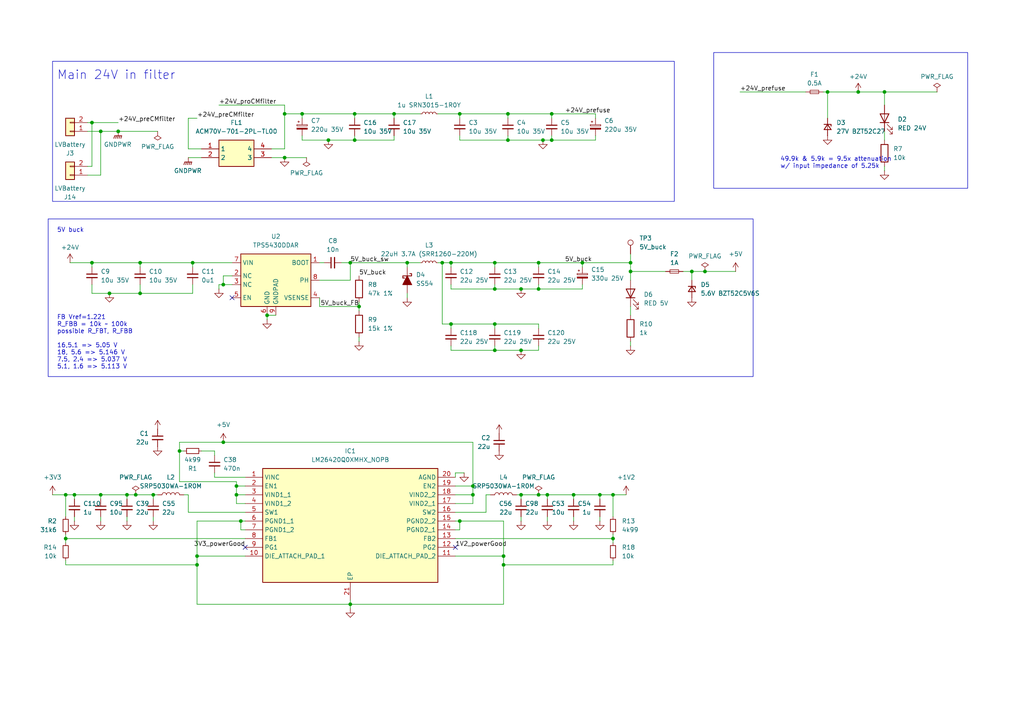
<source format=kicad_sch>
(kicad_sch (version 20231120) (generator "eeschema") (generator_version "8.0")
  (paper "A4")
  (title_block (title "INV_MainBoard_TI") (date "2025-02-26") (rev "1.2") (company "NTURacing Team") (comment 1 "郭哲明 Jack Kuo") (comment 2 "Powertrain Group"))
  (lib_symbols
    (symbol "Connector:TestPoint" (pin_numbers hide) (pin_names (offset 0.762) hide)
      (property "Reference" "TP" (at 0 6.858 0))
      (property "Value" "TestPoint" (at 0 5.08 0))
      (symbol "TestPoint_1_1"
        (pin passive line (at 0 0 90) (length 2.54) (name "1") (number "1"))
      )
    )
    (symbol "Connector_Generic:Conn_01x02" (pin_names (offset 1.016) hide)
      (property "Reference" "J" (at 0 2.54 0))
      (property "Value" "Conn_01x02" (at 0 -5.08 0))
      (symbol "Conn_01x02_1_1"
        (pin passive line (at -5.08 0 0) (length 3.81) (name "Pin_1") (number "1"))
        (pin passive line (at -5.08 -2.54 0) (length 3.81) (name "Pin_2") (number "2"))
      )
    )
    (symbol "Device:C_Polarized_Small" (pin_numbers hide) (pin_names (offset 0.254) hide)
      (property "Reference" "C" (at 0.254 1.778 0))
      (property "Value" "C_Polarized_Small" (at 0.254 -2.032 0))
      (symbol "C_Polarized_Small_1_1"
        (pin passive line (at 0 2.54 270) (length 1.8542) (name "~") (number "1"))
        (pin passive line (at 0 -2.54 90) (length 1.8542) (name "~") (number "2"))
      )
    )
    (symbol "Device:C_Small" (pin_numbers hide) (pin_names (offset 0.254) hide)
      (property "Reference" "C" (at 0.254 1.778 0))
      (property "Value" "C_Small" (at 0.254 -2.032 0))
      (symbol "C_Small_1_1"
        (pin passive line (at 0 2.54 270) (length 2.032) (name "~") (number "1"))
        (pin passive line (at 0 -2.54 90) (length 2.032) (name "~") (number "2"))
      )
    )
    (symbol "Device:D_Zener_Small" (pin_numbers hide) (pin_names (offset 0.254) hide)
      (property "Reference" "D" (at 0 2.286 0))
      (property "Value" "D_Zener_Small" (at 0 -2.286 0))
      (symbol "D_Zener_Small_1_1"
        (pin passive line (at -2.54 0 0) (length 1.778) (name "K") (number "1"))
        (pin passive line (at 2.54 0 180) (length 1.778) (name "A") (number "2"))
      )
    )
    (symbol "Device:Fuse_Small" (pin_numbers hide) (pin_names (offset 0.254) hide)
      (property "Reference" "F" (at 0 -1.524 0))
      (property "Value" "Fuse_Small" (at 0 1.524 0))
      (symbol "Fuse_Small_1_1"
        (pin passive line (at -2.54 0 0) (length 1.27) (name "~") (number "1"))
        (pin passive line (at 2.54 0 180) (length 1.27) (name "~") (number "2"))
      )
    )
    (symbol "Device:L" (pin_numbers hide) (pin_names (offset 1.016) hide)
      (property "Reference" "L" (at -1.27 0 90))
      (property "Value" "L" (at 1.905 0 90))
      (symbol "L_1_1"
        (pin passive line (at 0 3.81 270) (length 1.27) (name "1") (number "1"))
        (pin passive line (at 0 -3.81 90) (length 1.27) (name "2") (number "2"))
      )
    )
    (symbol "Device:LED" (pin_numbers hide) (pin_names (offset 1.016) hide)
      (property "Reference" "D" (at 0 2.54 0))
      (property "Value" "LED" (at 0 -2.54 0))
      (symbol "LED_1_1"
        (pin passive line (at -3.81 0 0) (length 2.54) (name "K") (number "1"))
        (pin passive line (at 3.81 0 180) (length 2.54) (name "A") (number "2"))
      )
    )
    (symbol "Device:L_Small" (pin_numbers hide) (pin_names (offset 0.254) hide)
      (property "Reference" "L" (at 0.762 1.016 0))
      (property "Value" "L_Small" (at 0.762 -1.016 0))
      (symbol "L_Small_1_1"
        (pin passive line (at 0 2.54 270) (length 0.508) (name "~") (number "1"))
        (pin passive line (at 0 -2.54 90) (length 0.508) (name "~") (number "2"))
      )
    )
    (symbol "Device:R" (pin_numbers hide) (pin_names (offset 0))
      (property "Reference" "R" (at 2.032 0 90))
      (property "Value" "R" (at 0 0 90))
      (symbol "R_1_1"
        (pin passive line (at 0 3.81 270) (length 1.27) (name "~") (number "1"))
        (pin passive line (at 0 -3.81 90) (length 1.27) (name "~") (number "2"))
      )
    )
    (symbol "Device:R_Small" (pin_numbers hide) (pin_names (offset 0.254) hide)
      (property "Reference" "R" (at 0.762 0.508 0))
      (property "Value" "R_Small" (at 0.762 -1.016 0))
      (symbol "R_Small_1_1"
        (pin passive line (at 0 2.54 270) (length 0.762) (name "~") (number "1"))
        (pin passive line (at 0 -2.54 90) (length 0.762) (name "~") (number "2"))
      )
    )
    (symbol "PCM_Diode_Schottky_AKL:SS54" (pin_numbers hide) (pin_names (offset 1.016) hide)
      (property "Reference" "D" (at 0 5.08 0))
      (property "Value" "SS54" (at 0 2.54 0))
      (symbol "SS54_1_1"
        (pin passive line (at 3.81 0 180) (length 2.54) (name "K") (number "1"))
        (pin passive line (at -3.81 0 0) (length 2.54) (name "A") (number "2"))
      )
      (symbol "SS54_1_2"
        (pin passive line (at 2.54 2.54 180) (length 0) (name "K") (number "1"))
        (pin passive line (at -2.54 -2.54 0) (length 0) (name "A") (number "2"))
      )
    )
    (symbol "SamacSys_Parts_EP6:ACM70V-701-2PL-TL00"
      (property "Reference" "FL" (at 16.51 7.62 0))
      (property "Value" "ACM70V-701-2PL-TL00" (at 16.51 5.08 0))
      (symbol "ACM70V-701-2PL-TL00_1_1"
        (pin passive line (at 0 0 0) (length 5.08) (name "1") (number "1"))
        (pin passive line (at 0 -2.54 0) (length 5.08) (name "2") (number "2"))
        (pin passive line (at 20.32 -2.54 180) (length 5.08) (name "3") (number "3"))
        (pin passive line (at 20.32 0 180) (length 5.08) (name "4") (number "4"))
      )
    )
    (symbol "SamacSys_Parts_EP6:LM26420Q0XMHX_NOPB"
      (property "Reference" "IC" (at 57.15 7.62 0))
      (property "Value" "LM26420Q0XMHX_NOPB" (at 57.15 5.08 0))
      (symbol "LM26420Q0XMHX_NOPB_1_1"
        (pin passive line (at 0 0 0) (length 5.08) (name "VINC") (number "1"))
        (pin passive line (at 0 -22.86 0) (length 5.08) (name "DIE_ATTACH_PAD_1") (number "10"))
        (pin passive line (at 60.96 -22.86 180) (length 5.08) (name "DIE_ATTACH_PAD_2") (number "11"))
        (pin passive line (at 60.96 -20.32 180) (length 5.08) (name "PG2") (number "12"))
        (pin passive line (at 60.96 -17.78 180) (length 5.08) (name "FB2") (number "13"))
        (pin passive line (at 60.96 -15.24 180) (length 5.08) (name "PGND2_1") (number "14"))
        (pin passive line (at 60.96 -12.7 180) (length 5.08) (name "PGND2_2") (number "15"))
        (pin passive line (at 60.96 -10.16 180) (length 5.08) (name "SW2") (number "16"))
        (pin passive line (at 60.96 -7.62 180) (length 5.08) (name "VIND2_1") (number "17"))
        (pin passive line (at 60.96 -5.08 180) (length 5.08) (name "VIND2_2") (number "18"))
        (pin passive line (at 60.96 -2.54 180) (length 5.08) (name "EN2") (number "19"))
        (pin passive line (at 0 -2.54 0) (length 5.08) (name "EN1") (number "2"))
        (pin passive line (at 60.96 0 180) (length 5.08) (name "AGND") (number "20"))
        (pin passive line (at 30.48 -35.56 90) (length 5.08) (name "EP") (number "21"))
        (pin passive line (at 0 -5.08 0) (length 5.08) (name "VIND1_1") (number "3"))
        (pin passive line (at 0 -7.62 0) (length 5.08) (name "VIND1_2") (number "4"))
        (pin passive line (at 0 -10.16 0) (length 5.08) (name "SW1") (number "5"))
        (pin passive line (at 0 -12.7 0) (length 5.08) (name "PGND1_1") (number "6"))
        (pin passive line (at 0 -15.24 0) (length 5.08) (name "PGND1_2") (number "7"))
        (pin passive line (at 0 -17.78 0) (length 5.08) (name "FB1") (number "8"))
        (pin passive line (at 0 -20.32 0) (length 5.08) (name "PG1") (number "9"))
      )
    )
    (symbol "nturt_kicad_lib_EP6:TPS5430DDAR"
      (property "Reference" "U" (at -10.16 8.89 0))
      (property "Value" "TPS5430DDAR" (at -1.27 8.89 0))
      (symbol "TPS5430DDAR_1_1"
        (pin input line (at 12.7 5.08 180) (length 2.54) (name "BOOT") (number "1"))
        (pin free line (at -12.7 1.27 0) (length 2.54) (name "NC") (number "2"))
        (pin free line (at -12.7 -1.27 0) (length 2.54) (name "NC") (number "3"))
        (pin input line (at 12.7 -5.08 180) (length 2.54) (name "VSENSE") (number "4"))
        (pin input line (at -12.7 -5.08 0) (length 2.54) (name "EN") (number "5"))
        (pin power_in line (at -2.54 -10.16 90) (length 2.54) (name "GND") (number "6"))
        (pin power_in line (at -12.7 5.08 0) (length 2.54) (name "VIN") (number "7"))
        (pin output line (at 12.7 0 180) (length 2.54) (name "PH") (number "8"))
        (pin power_in line (at 0 -10.16 90) (length 2.54) (name "GNDPAD") (number "9"))
      )
    )
    (symbol "power:+1V2" (power) (pin_names (offset 0))
      (property "Value" "+1V2" (at 0 3.556 0))
      (symbol "+1V2_1_1"
        (pin power_in line (at 0 0 90) (length 0) hide (name "+1V2") (number "1"))
      )
    )
    (symbol "power:+24V" (power) (pin_numbers hide) (pin_names (offset 0) hide)
      (property "Value" "+24V" (at 0 3.556 0))
      (symbol "+24V_1_1"
        (pin power_in line (at 0 0 90) (length 0) (name "~") (number "1"))
      )
    )
    (symbol "power:+3V3" (power) (pin_numbers hide) (pin_names (offset 0) hide)
      (property "Value" "+3V3" (at 0 3.556 0))
      (symbol "+3V3_1_1"
        (pin power_in line (at 0 0 90) (length 0) (name "~") (number "1"))
      )
    )
    (symbol "power:+5V" (power) (pin_numbers hide) (pin_names (offset 0) hide)
      (property "Value" "+5V" (at 0 3.556 0))
      (symbol "+5V_1_1"
        (pin power_in line (at 0 0 90) (length 0) (name "~") (number "1"))
      )
    )
    (symbol "power:GND" (power) (pin_numbers hide) (pin_names (offset 0) hide)
      (property "Value" "GND" (at 0 -3.81 0))
      (symbol "GND_1_1"
        (pin power_in line (at 0 0 270) (length 0) (name "~") (number "1"))
      )
    )
    (symbol "power:GNDPWR" (power) (pin_numbers hide) (pin_names (offset 0) hide)
      (property "Value" "GNDPWR" (at 0 -3.302 0))
      (symbol "GNDPWR_1_1"
        (pin power_in line (at 0 0 270) (length 0) (name "~") (number "1"))
      )
    )
    (symbol "power:PWR_FLAG" (power) (pin_numbers hide) (pin_names (offset 0) hide)
      (property "Value" "PWR_FLAG" (at 0 3.81 0))
      (symbol "PWR_FLAG_0_0"
        (pin power_out line (at 0 0 90) (length 0) (name "~") (number "1"))
      )
    )
  )
  (junction (at 143.51 101.6))
  (junction (at 104.14 88.9))
  (junction (at 137.16 140.97))
  (junction (at 82.55 33.02))
  (junction (at 240.03 26.67))
  (junction (at 182.88 78.74))
  (junction (at 19.05 143.51))
  (junction (at 156.21 143.51))
  (junction (at 102.87 33.02))
  (junction (at 130.81 93.98))
  (junction (at 68.58 140.97))
  (junction (at 31.75 85.09))
  (junction (at 128.27 76.2))
  (junction (at 160.02 33.02))
  (junction (at 147.32 40.64))
  (junction (at 29.21 143.51))
  (junction (at 168.91 76.2))
  (junction (at 151.13 101.6))
  (junction (at 146.05 161.29))
  (junction (at 182.88 76.2))
  (junction (at 146.05 163.83))
  (junction (at 160.02 40.64))
  (junction (at 39.37 143.51))
  (junction (at 36.83 143.51))
  (junction (at 133.35 151.13))
  (junction (at 147.32 33.02))
  (junction (at 44.45 143.51))
  (junction (at 69.85 151.13))
  (junction (at 21.59 143.51))
  (junction (at 114.3 33.02))
  (junction (at 133.35 33.02))
  (junction (at 177.8 156.21))
  (junction (at 40.64 76.2))
  (junction (at 82.55 45.72))
  (junction (at 101.6 175.26))
  (junction (at 102.87 40.64))
  (junction (at 143.51 83.82))
  (junction (at 101.6 76.2))
  (junction (at 173.99 143.51))
  (junction (at 156.21 76.2))
  (junction (at 204.47 78.74))
  (junction (at 130.81 76.2))
  (junction (at 143.51 93.98))
  (junction (at 52.07 130.81))
  (junction (at 64.77 82.55))
  (junction (at 77.47 91.44))
  (junction (at 29.21 38.1))
  (junction (at 166.37 143.51))
  (junction (at 40.64 85.09))
  (junction (at 57.15 163.83))
  (junction (at 19.05 156.21))
  (junction (at 200.66 78.74))
  (junction (at 118.11 76.2))
  (junction (at 158.75 143.51))
  (junction (at 64.77 128.27))
  (junction (at 177.8 143.51))
  (junction (at 87.63 33.02))
  (junction (at 156.21 83.82))
  (junction (at 26.67 35.56))
  (junction (at 68.58 143.51))
  (junction (at 256.54 26.67))
  (junction (at 157.48 40.64))
  (junction (at 143.51 76.2))
  (junction (at 151.13 143.51))
  (junction (at 55.88 76.2))
  (junction (at 26.67 76.2))
  (junction (at 248.92 26.67))
  (junction (at 34.29 38.1))
  (junction (at 57.15 161.29))
  (junction (at 151.13 83.82))
  (junction (at 137.16 143.51))
  (junction (at 95.25 40.64))
  (no_connect (at 132.08 158.75))
  (no_connect (at 67.31 86.36))
  (no_connect (at 71.12 158.75))
  (wire (pts (xy 166.37 149.86) (xy 166.37 151.13)))
  (wire (pts (xy 146.05 163.83) (xy 146.05 175.26)))
  (wire (pts (xy 101.6 76.2) (xy 118.11 76.2)))
  (wire (pts (xy 147.32 34.29) (xy 147.32 33.02)))
  (wire (pts (xy 19.05 163.83) (xy 57.15 163.83)))
  (wire (pts (xy 102.87 34.29) (xy 102.87 33.02)))
  (wire (pts (xy 69.85 153.67) (xy 69.85 151.13)))
  (wire (pts (xy 44.45 143.51) (xy 39.37 143.51)))
  (wire (pts (xy 62.23 130.81) (xy 58.42 130.81)))
  (wire (pts (xy 182.88 78.74) (xy 182.88 81.28)))
  (wire (pts (xy 114.3 33.02) (xy 121.92 33.02)))
  (wire (pts (xy 160.02 40.64) (xy 160.02 39.37)))
  (wire (pts (xy 15.24 143.51) (xy 19.05 143.51)))
  (wire (pts (xy 238.76 26.67) (xy 240.03 26.67)))
  (wire (pts (xy 146.05 163.83) (xy 177.8 163.83)))
  (wire (pts (xy 168.91 76.2) (xy 182.88 76.2)))
  (wire (pts (xy 57.15 151.13) (xy 69.85 151.13)))
  (wire (pts (xy 36.83 143.51) (xy 36.83 144.78)))
  (wire (pts (xy 256.54 40.64) (xy 256.54 38.1)))
  (wire (pts (xy 67.31 80.01) (xy 64.77 80.01)))
  (wire (pts (xy 19.05 162.56) (xy 19.05 163.83)))
  (wire (pts (xy 78.74 45.72) (xy 82.55 45.72)))
  (wire (pts (xy 132.08 161.29) (xy 146.05 161.29)))
  (wire (pts (xy 87.63 34.29) (xy 87.63 33.02)))
  (wire (pts (xy 177.8 143.51) (xy 177.8 149.86)))
  (wire (pts (xy 52.07 130.81) (xy 52.07 139.7)))
  (wire (pts (xy 92.71 81.28) (xy 101.6 81.28)))
  (wire (pts (xy 128.27 93.98) (xy 130.81 93.98)))
  (wire (pts (xy 143.51 83.82) (xy 151.13 83.82)))
  (wire (pts (xy 64.77 82.55) (xy 67.31 82.55)))
  (wire (pts (xy 132.08 140.97) (xy 137.16 140.97)))
  (wire (pts (xy 57.15 163.83) (xy 57.15 175.26)))
  (wire (pts (xy 137.16 140.97) (xy 137.16 128.27)))
  (wire (pts (xy 63.5 30.48) (xy 82.55 30.48)))
  (wire (pts (xy 54.61 43.18) (xy 58.42 43.18)))
  (wire (pts (xy 71.12 146.05) (xy 68.58 146.05)))
  (wire (pts (xy 52.07 128.27) (xy 52.07 130.81)))
  (wire (pts (xy 168.91 83.82) (xy 156.21 83.82)))
  (wire (pts (xy 68.58 146.05) (xy 68.58 143.51)))
  (wire (pts (xy 25.4 50.8) (xy 29.21 50.8)))
  (wire (pts (xy 133.35 40.64) (xy 147.32 40.64)))
  (wire (pts (xy 156.21 83.82) (xy 156.21 82.55)))
  (wire (pts (xy 140.97 143.51) (xy 140.97 148.59)))
  (wire (pts (xy 166.37 143.51) (xy 173.99 143.51)))
  (wire (pts (xy 133.35 153.67) (xy 133.35 151.13)))
  (wire (pts (xy 166.37 143.51) (xy 166.37 144.78)))
  (wire (pts (xy 146.05 161.29) (xy 146.05 163.83)))
  (wire (pts (xy 156.21 83.82) (xy 151.13 83.82)))
  (wire (pts (xy 140.97 143.51) (xy 142.24 143.51)))
  (wire (pts (xy 248.92 26.67) (xy 256.54 26.67)))
  (wire (pts (xy 172.72 34.29) (xy 172.72 33.02)))
  (wire (pts (xy 82.55 30.48) (xy 82.55 33.02)))
  (wire (pts (xy 82.55 43.18) (xy 78.74 43.18)))
  (wire (pts (xy 172.72 33.02) (xy 160.02 33.02)))
  (wire (pts (xy 57.15 161.29) (xy 57.15 163.83)))
  (wire (pts (xy 87.63 40.64) (xy 87.63 39.37)))
  (wire (pts (xy 92.71 76.2) (xy 93.98 76.2)))
  (wire (pts (xy 130.81 101.6) (xy 143.51 101.6)))
  (wire (pts (xy 157.48 40.64) (xy 160.02 40.64)))
  (wire (pts (xy 64.77 128.27) (xy 52.07 128.27)))
  (wire (pts (xy 29.21 50.8) (xy 29.21 38.1)))
  (wire (pts (xy 182.88 76.2) (xy 182.88 78.74)))
  (wire (pts (xy 134.62 137.16) (xy 132.08 137.16)))
  (wire (pts (xy 128.27 76.2) (xy 130.81 76.2)))
  (wire (pts (xy 87.63 33.02) (xy 102.87 33.02)))
  (wire (pts (xy 104.14 87.63) (xy 104.14 88.9)))
  (wire (pts (xy 26.67 35.56) (xy 34.29 35.56)))
  (wire (pts (xy 57.15 175.26) (xy 101.6 175.26)))
  (wire (pts (xy 240.03 26.67) (xy 248.92 26.67)))
  (wire (pts (xy 158.75 143.51) (xy 158.75 144.78)))
  (wire (pts (xy 182.88 73.66) (xy 182.88 76.2)))
  (wire (pts (xy 200.66 78.74) (xy 204.47 78.74)))
  (wire (pts (xy 95.25 40.64) (xy 102.87 40.64)))
  (wire (pts (xy 151.13 143.51) (xy 151.13 144.78)))
  (wire (pts (xy 130.81 83.82) (xy 130.81 82.55)))
  (wire (pts (xy 133.35 34.29) (xy 133.35 33.02)))
  (wire (pts (xy 63.5 83.82) (xy 63.5 82.55)))
  (wire (pts (xy 177.8 162.56) (xy 177.8 163.83)))
  (wire (pts (xy 19.05 156.21) (xy 71.12 156.21)))
  (wire (pts (xy 151.13 149.86) (xy 151.13 151.13)))
  (wire (pts (xy 143.51 101.6) (xy 151.13 101.6)))
  (wire (pts (xy 256.54 26.67) (xy 256.54 30.48)))
  (wire (pts (xy 82.55 45.72) (xy 88.9 45.72)))
  (wire (pts (xy 54.61 143.51) (xy 54.61 148.59)))
  (wire (pts (xy 101.6 175.26) (xy 101.6 173.99)))
  (wire (pts (xy 69.85 151.13) (xy 71.12 151.13)))
  (wire (pts (xy 26.67 48.26) (xy 26.67 35.56)))
  (wire (pts (xy 45.72 38.1) (xy 34.29 38.1)))
  (wire (pts (xy 55.88 82.55) (xy 55.88 85.09)))
  (wire (pts (xy 149.86 143.51) (xy 151.13 143.51)))
  (wire (pts (xy 198.12 78.74) (xy 200.66 78.74)))
  (wire (pts (xy 68.58 143.51) (xy 71.12 143.51)))
  (wire (pts (xy 62.23 132.08) (xy 62.23 130.81)))
  (wire (pts (xy 40.64 76.2) (xy 40.64 77.47)))
  (wire (pts (xy 133.35 40.64) (xy 133.35 39.37)))
  (wire (pts (xy 118.11 86.36) (xy 118.11 85.09)))
  (wire (pts (xy 29.21 38.1) (xy 34.29 38.1)))
  (wire (pts (xy 156.21 95.25) (xy 156.21 93.98)))
  (wire (pts (xy 127 76.2) (xy 128.27 76.2)))
  (wire (pts (xy 39.37 143.51) (xy 36.83 143.51)))
  (wire (pts (xy 118.11 77.47) (xy 118.11 76.2)))
  (wire (pts (xy 77.47 91.44) (xy 80.01 91.44)))
  (wire (pts (xy 158.75 149.86) (xy 158.75 151.13)))
  (wire (pts (xy 256.54 49.53) (xy 256.54 48.26)))
  (wire (pts (xy 25.4 48.26) (xy 26.67 48.26)))
  (wire (pts (xy 130.81 93.98) (xy 143.51 93.98)))
  (wire (pts (xy 71.12 138.43) (xy 62.23 138.43)))
  (wire (pts (xy 68.58 139.7) (xy 68.58 140.97)))
  (wire (pts (xy 54.61 143.51) (xy 53.34 143.51)))
  (wire (pts (xy 256.54 26.67) (xy 271.78 26.67)))
  (wire (pts (xy 182.88 91.44) (xy 182.88 88.9)))
  (wire (pts (xy 130.81 77.47) (xy 130.81 76.2)))
  (wire (pts (xy 130.81 83.82) (xy 143.51 83.82)))
  (wire (pts (xy 147.32 40.64) (xy 147.32 39.37)))
  (wire (pts (xy 132.08 143.51) (xy 137.16 143.51)))
  (wire (pts (xy 132.08 153.67) (xy 133.35 153.67)))
  (wire (pts (xy 29.21 143.51) (xy 36.83 143.51)))
  (wire (pts (xy 214.63 26.67) (xy 233.68 26.67)))
  (wire (pts (xy 55.88 77.47) (xy 55.88 76.2)))
  (wire (pts (xy 68.58 140.97) (xy 71.12 140.97)))
  (wire (pts (xy 133.35 151.13) (xy 146.05 151.13)))
  (wire (pts (xy 133.35 33.02) (xy 127 33.02)))
  (wire (pts (xy 44.45 149.86) (xy 44.45 151.13)))
  (wire (pts (xy 132.08 156.21) (xy 177.8 156.21)))
  (wire (pts (xy 68.58 143.51) (xy 68.58 140.97)))
  (wire (pts (xy 173.99 143.51) (xy 177.8 143.51)))
  (wire (pts (xy 54.61 34.29) (xy 57.15 34.29)))
  (wire (pts (xy 137.16 128.27) (xy 64.77 128.27)))
  (wire (pts (xy 102.87 40.64) (xy 114.3 40.64)))
  (wire (pts (xy 101.6 175.26) (xy 146.05 175.26)))
  (wire (pts (xy 151.13 143.51) (xy 156.21 143.51)))
  (wire (pts (xy 182.88 100.33) (xy 182.88 99.06)))
  (wire (pts (xy 168.91 76.2) (xy 168.91 77.47)))
  (wire (pts (xy 25.4 35.56) (xy 26.67 35.56)))
  (wire (pts (xy 87.63 40.64) (xy 95.25 40.64)))
  (wire (pts (xy 40.64 85.09) (xy 40.64 82.55)))
  (wire (pts (xy 19.05 143.51) (xy 19.05 149.86)))
  (wire (pts (xy 158.75 143.51) (xy 166.37 143.51)))
  (wire (pts (xy 104.14 88.9) (xy 104.14 90.17)))
  (wire (pts (xy 143.51 83.82) (xy 143.51 82.55)))
  (wire (pts (xy 177.8 156.21) (xy 177.8 157.48)))
  (wire (pts (xy 54.61 148.59) (xy 71.12 148.59)))
  (wire (pts (xy 114.3 39.37) (xy 114.3 40.64)))
  (wire (pts (xy 156.21 76.2) (xy 168.91 76.2)))
  (wire (pts (xy 77.47 92.71) (xy 77.47 91.44)))
  (wire (pts (xy 204.47 78.74) (xy 213.36 78.74)))
  (wire (pts (xy 31.75 85.09) (xy 40.64 85.09)))
  (wire (pts (xy 21.59 143.51) (xy 29.21 143.51)))
  (wire (pts (xy 143.51 93.98) (xy 156.21 93.98)))
  (wire (pts (xy 160.02 34.29) (xy 160.02 33.02)))
  (wire (pts (xy 156.21 101.6) (xy 151.13 101.6)))
  (wire (pts (xy 156.21 101.6) (xy 156.21 100.33)))
  (wire (pts (xy 130.81 95.25) (xy 130.81 93.98)))
  (wire (pts (xy 177.8 154.94) (xy 177.8 156.21)))
  (wire (pts (xy 168.91 82.55) (xy 168.91 83.82)))
  (wire (pts (xy 181.61 143.51) (xy 177.8 143.51)))
  (wire (pts (xy 156.21 143.51) (xy 158.75 143.51)))
  (wire (pts (xy 26.67 76.2) (xy 40.64 76.2)))
  (wire (pts (xy 146.05 151.13) (xy 146.05 161.29)))
  (wire (pts (xy 82.55 33.02) (xy 82.55 43.18)))
  (wire (pts (xy 26.67 77.47) (xy 26.67 76.2)))
  (wire (pts (xy 63.5 82.55) (xy 64.77 82.55)))
  (wire (pts (xy 71.12 153.67) (xy 69.85 153.67)))
  (wire (pts (xy 104.14 88.9) (xy 92.71 88.9)))
  (wire (pts (xy 104.14 99.06) (xy 104.14 97.79)))
  (wire (pts (xy 21.59 149.86) (xy 21.59 151.13)))
  (wire (pts (xy 160.02 40.64) (xy 172.72 40.64)))
  (wire (pts (xy 64.77 80.01) (xy 64.77 82.55)))
  (wire (pts (xy 133.35 33.02) (xy 147.32 33.02)))
  (wire (pts (xy 147.32 40.64) (xy 157.48 40.64)))
  (wire (pts (xy 36.83 149.86) (xy 36.83 151.13)))
  (wire (pts (xy 52.07 139.7) (xy 68.58 139.7)))
  (wire (pts (xy 173.99 149.86) (xy 173.99 151.13)))
  (wire (pts (xy 118.11 76.2) (xy 121.92 76.2)))
  (wire (pts (xy 156.21 77.47) (xy 156.21 76.2)))
  (wire (pts (xy 114.3 34.29) (xy 114.3 33.02)))
  (wire (pts (xy 143.51 95.25) (xy 143.51 93.98)))
  (wire (pts (xy 147.32 33.02) (xy 160.02 33.02)))
  (wire (pts (xy 26.67 85.09) (xy 26.67 82.55)))
  (wire (pts (xy 29.21 149.86) (xy 29.21 151.13)))
  (wire (pts (xy 140.97 148.59) (xy 132.08 148.59)))
  (wire (pts (xy 58.42 45.72) (xy 54.61 45.72)))
  (wire (pts (xy 99.06 76.2) (xy 101.6 76.2)))
  (wire (pts (xy 26.67 85.09) (xy 31.75 85.09)))
  (wire (pts (xy 45.72 143.51) (xy 44.45 143.51)))
  (wire (pts (xy 240.03 34.29) (xy 240.03 26.67)))
  (wire (pts (xy 132.08 146.05) (xy 137.16 146.05)))
  (wire (pts (xy 173.99 143.51) (xy 173.99 144.78)))
  (wire (pts (xy 82.55 33.02) (xy 87.63 33.02)))
  (wire (pts (xy 44.45 143.51) (xy 44.45 144.78)))
  (wire (pts (xy 25.4 38.1) (xy 29.21 38.1)))
  (wire (pts (xy 143.51 101.6) (xy 143.51 100.33)))
  (wire (pts (xy 200.66 81.28) (xy 200.66 78.74)))
  (wire (pts (xy 182.88 78.74) (xy 193.04 78.74)))
  (wire (pts (xy 21.59 143.51) (xy 19.05 143.51)))
  (wire (pts (xy 20.32 76.2) (xy 26.67 76.2)))
  (wire (pts (xy 55.88 85.09) (xy 40.64 85.09)))
  (wire (pts (xy 132.08 137.16) (xy 132.08 138.43)))
  (wire (pts (xy 137.16 143.51) (xy 137.16 140.97)))
  (wire (pts (xy 19.05 154.94) (xy 19.05 156.21)))
  (wire (pts (xy 143.51 77.47) (xy 143.51 76.2)))
  (wire (pts (xy 57.15 161.29) (xy 57.15 151.13)))
  (wire (pts (xy 101.6 175.26) (xy 101.6 176.53)))
  (wire (pts (xy 130.81 101.6) (xy 130.81 100.33)))
  (wire (pts (xy 40.64 76.2) (xy 55.88 76.2)))
  (wire (pts (xy 101.6 76.2) (xy 101.6 81.28)))
  (wire (pts (xy 137.16 146.05) (xy 137.16 143.51)))
  (wire (pts (xy 19.05 156.21) (xy 19.05 157.48)))
  (wire (pts (xy 54.61 34.29) (xy 54.61 43.18)))
  (wire (pts (xy 53.34 130.81) (xy 52.07 130.81)))
  (wire (pts (xy 143.51 76.2) (xy 156.21 76.2)))
  (wire (pts (xy 130.81 76.2) (xy 143.51 76.2)))
  (wire (pts (xy 71.12 161.29) (xy 57.15 161.29)))
  (wire (pts (xy 172.72 40.64) (xy 172.72 39.37)))
  (wire (pts (xy 133.35 151.13) (xy 132.08 151.13)))
  (wire (pts (xy 128.27 76.2) (xy 128.27 93.98)))
  (wire (pts (xy 62.23 138.43) (xy 62.23 137.16)))
  (wire (pts (xy 92.71 88.9) (xy 92.71 86.36)))
  (wire (pts (xy 21.59 143.51) (xy 21.59 144.78)))
  (wire (pts (xy 55.88 76.2) (xy 67.31 76.2)))
  (wire (pts (xy 102.87 40.64) (xy 102.87 39.37)))
  (wire (pts (xy 102.87 33.02) (xy 114.3 33.02)))
  (wire (pts (xy 29.21 143.51) (xy 29.21 144.78)))
  (rectangle (start 207.01 15.24) (end 280.67 54.61))
  (rectangle (start 15.24 17.78) (end 195.58 58.42))
  (rectangle (start 13.97 63.5) (end 218.44 109.22))
  (text "5V buck" (at 16.51 67.564 0) (effects (font (size 1.27 1.27)) (justify left bottom)))
  (text "49.9k & 5.9k = 9.5x attenuation \nw/ input impedance of 5.25k" (at 226.314 49.022 0) (effects (font (size 1.27 1.27)) (justify left bottom)))
  (text "FB Vref=1.221\nR_FBB = 10k ~ 100k\npossible R_FBT, R_FBB\n\n16,5.1 => 5.05 V\n18, 5.6 => 5.146 V\n7.5, 2.4 => 5.037 V\n5.1, 1.6 => 5.113 V" (at 16.51 107.188 0) (effects (font (size 1.27 1.27)) (justify left bottom)))
  (text "Main 24V in filter\n" (at 16.51 23.368 0) (effects (font (size 2.54 2.54)) (justify left bottom)))
  (label "5V_buck_sw" (at 101.6 76.2 0))
  (label "5V_buck" (at 163.83 76.2 0))
  (label "+24V_preCMfilter" (at 34.29 35.56 0))
  (label "5V_buck" (at 104.14 80.01 0))
  (label "5V_buck_FB" (at 104.14 88.9 180))
  (label "+24V_prefuse" (at 214.63 26.67 0))
  (label "3V3_powerGood" (at 71.12 158.75 180))
  (label "+24V_prefuse" (at 163.83 33.02 0))
  (label "1V2_powerGood" (at 132.08 158.75 0))
  (label "+24V_proCMfilter" (at 63.5 30.48 0))
  (label "+24V_preCMfilter" (at 57.15 34.29 0))
  (symbol (lib_id "power:PWR_FLAG") (at 88.9 45.72 180) (unit 1)
    (property "Reference" "#FLG06" (effects (hide yes)))
    (property "Value" "PWR_FLAG" (at 88.9 50.165 0))
    (property "Description" "Special symbol for telling ERC where power comes from" (effects (hide yes)))
  )
  (symbol (lib_id "PCM_Diode_Schottky_AKL:SS54") (at 118.11 81.28 90) (unit 1)
    (property "Reference" "D4" (at 120.65 79.6924 90) (effects (justify right)))
    (property "Value" "SS54" (at 120.65 82.2324 90) (effects (justify right)))
    (property "Footprint" "Diode_SMD:D_SMA" (effects (hide yes)))
    (property "Datasheet" "https://www.laro.com.pl/pdf/ss56.pdf" (effects (hide yes)))
    (property "Description" "SMC Schottky diode, 40V, 5A, Alternate KiCAD Library" (effects (hide yes)))
  )
  (symbol (lib_id "Device:R") (at 182.88 95.25 0) (unit 1)
    (property "Reference" "R10" (at 185.42 93.98 0) (effects (justify left)))
    (property "Value" "1k" (at 185.42 96.52 0) (effects (justify left)))
    (property "Footprint" "Resistor_SMD:R_0402_1005Metric" (effects (hide yes)))
    (property "Description" "Resistor" (effects (hide yes)))
  )
  (symbol (lib_id "Device:L") (at 146.05 143.51 90) (unit 1)
    (property "Reference" "L4" (at 146.05 138.43 90))
    (property "Value" "SRP5030WA-1R0M" (at 146.05 140.97 90))
    (property "Footprint" "Inductor_SMD:L_Bourns_SRP5030T" (effects (hide yes)))
    (property "Description" "Inductor" (effects (hide yes)))
  )
  (symbol (lib_id "Device:R_Small") (at 19.05 152.4 0) (unit 1)
    (property "Reference" "R2" (at 16.51 151.13 0) (effects (justify right)))
    (property "Value" "31k6" (at 16.51 153.67 0) (effects (justify right)))
    (property "Footprint" "Resistor_SMD:R_0603_1608Metric" (effects (hide yes)))
    (property "Description" "Resistor, small symbol" (effects (hide yes)))
  )
  (symbol (lib_id "Device:R") (at 104.14 93.98 0) (unit 1)
    (property "Reference" "R9" (at 106.68 92.71 0) (effects (justify left)))
    (property "Value" "15k 1%" (at 106.68 95.25 0) (effects (justify left)))
    (property "Footprint" "Resistor_SMD:R_0603_1608Metric" (effects (hide yes)))
    (property "Description" "Resistor" (effects (hide yes)))
  )
  (symbol (lib_id "power:GND") (at 101.6 176.53 0) (mirror y) (unit 1)
    (property "Reference" "#PWR0156" (effects (hide yes)))
    (property "Value" "GND" (effects (hide yes)))
    (property "Description" "Power symbol creates a global label with name \"GND\" , ground" (effects (hide yes)))
  )
  (symbol (lib_id "Connector_Generic:Conn_01x02") (at 20.32 38.1 180) (unit 1)
    (property "Reference" "J3" (at 20.32 44.45 0))
    (property "Value" "LVBattery" (at 20.32 41.91 0))
    (property "Footprint" "Connector_JST:JST_VH_B2P-VH_1x02_P3.96mm_Vertical" (effects (hide yes)))
    (property "Description" "Generic connector, single row, 01x02, script generated (kicad-library-utils/schlib/autogen/connector/)" (effects (hide yes)))
  )
  (symbol (lib_id "Device:C_Small") (at 96.52 76.2 90) (unit 1)
    (property "Reference" "C8" (at 96.5263 69.85 90))
    (property "Value" "10n" (at 96.5263 72.39 90))
    (property "Footprint" "Capacitor_SMD:C_0603_1608Metric" (effects (hide yes)))
    (property "Description" "Unpolarized capacitor, small symbol" (effects (hide yes)))
  )
  (symbol (lib_id "Device:C_Small") (at 45.72 127 0) (mirror y) (unit 1)
    (property "Reference" "C1" (at 43.18 125.7363 0) (effects (justify left)))
    (property "Value" "22u" (at 43.18 128.2763 0) (effects (justify left)))
    (property "Footprint" "Capacitor_SMD:C_1206_3216Metric" (effects (hide yes)))
    (property "Description" "Unpolarized capacitor, small symbol" (effects (hide yes)))
  )
  (symbol (lib_id "Device:C_Small") (at 114.3 36.83 0) (unit 1)
    (property "Reference" "C17" (at 116.84 35.5662 0) (effects (justify left)))
    (property "Value" "10u 35V" (at 116.84 38.1062 0) (effects (justify left)))
    (property "Footprint" "Capacitor_SMD:C_1206_3216Metric" (effects (hide yes)))
    (property "Description" "Unpolarized capacitor, small symbol" (effects (hide yes)))
  )
  (symbol (lib_id "Device:C_Small") (at 156.21 97.79 0) (unit 1)
    (property "Reference" "C120" (at 158.75 96.5262 0) (effects (justify left)))
    (property "Value" "22u 25V" (at 158.75 99.0662 0) (effects (justify left)))
    (property "Footprint" "Capacitor_SMD:C_1206_3216Metric" (effects (hide yes)))
    (property "Description" "Unpolarized capacitor, small symbol" (effects (hide yes)))
  )
  (symbol (lib_id "power:GND") (at 151.13 83.82 0) (unit 1)
    (property "Reference" "#PWR031" (effects (hide yes)))
    (property "Value" "GND" (effects (hide yes)))
    (property "Description" "Power symbol creates a global label with name \"GND\" , ground" (effects (hide yes)))
  )
  (symbol (lib_id "Device:R") (at 256.54 44.45 0) (unit 1)
    (property "Reference" "R7" (at 259.08 43.18 0) (effects (justify left)))
    (property "Value" "10k" (at 259.08 45.72 0) (effects (justify left)))
    (property "Footprint" "Resistor_SMD:R_0402_1005Metric" (effects (hide yes)))
    (property "Description" "Resistor" (effects (hide yes)))
  )
  (symbol (lib_id "power:GND") (at 157.48 40.64 0) (unit 1)
    (property "Reference" "#PWR022" (effects (hide yes)))
    (property "Value" "GND" (effects (hide yes)))
    (property "Description" "Power symbol creates a global label with name \"GND\" , ground" (effects (hide yes)))
  )
  (symbol (lib_id "power:GND") (at 77.47 92.71 0) (unit 1)
    (property "Reference" "#PWR036" (effects (hide yes)))
    (property "Value" "GND" (effects (hide yes)))
    (property "Description" "Power symbol creates a global label with name \"GND\" , ground" (effects (hide yes)))
  )
  (symbol (lib_id "power:GND") (at 256.54 49.53 0) (unit 1)
    (property "Reference" "#PWR028" (effects (hide yes)))
    (property "Value" "GND" (effects (hide yes)))
    (property "Description" "Power symbol creates a global label with name \"GND\" , ground" (effects (hide yes)))
  )
  (symbol (lib_id "power:GND") (at 240.03 39.37 0) (unit 1)
    (property "Reference" "#PWR026" (effects (hide yes)))
    (property "Value" "GND" (effects (hide yes)))
    (property "Description" "Power symbol creates a global label with name \"GND\" , ground" (effects (hide yes)))
  )
  (symbol (lib_id "Device:C_Small") (at 62.23 134.62 0) (unit 1)
    (property "Reference" "C38" (at 64.77 133.3563 0) (effects (justify left)))
    (property "Value" "470n" (at 64.77 135.8963 0) (effects (justify left)))
    (property "Footprint" "Capacitor_SMD:C_1206_3216Metric" (effects (hide yes)))
    (property "Description" "Unpolarized capacitor, small symbol" (effects (hide yes)))
  )
  (symbol (lib_id "power:GND") (at 200.66 86.36 0) (unit 1)
    (property "Reference" "#PWR034" (effects (hide yes)))
    (property "Value" "GND" (effects (hide yes)))
    (property "Description" "Power symbol creates a global label with name \"GND\" , ground" (effects (hide yes)))
  )
  (symbol (lib_id "power:+24V") (at 248.92 26.67 0) (unit 1)
    (property "Reference" "#PWR020" (effects (hide yes)))
    (property "Value" "+24V" (at 248.92 22.225 0))
    (property "Description" "Power symbol creates a global label with name \"+24V\"" (effects (hide yes)))
  )
  (symbol (lib_id "power:GND") (at 151.13 101.6 0) (unit 1)
    (property "Reference" "#PWR0177" (effects (hide yes)))
    (property "Value" "GND" (effects (hide yes)))
    (property "Description" "Power symbol creates a global label with name \"GND\" , ground" (effects (hide yes)))
  )
  (symbol (lib_id "Device:C_Polarized_Small") (at 172.72 36.83 0) (unit 1)
    (property "Reference" "C6" (at 175.26 35.0138 0) (effects (justify left)))
    (property "Value" "220u 35V" (at 175.26 37.5538 0) (effects (justify left)))
    (property "Footprint" "Capacitor_THT:CP_Radial_D8.0mm_P3.80mm" (effects (hide yes)))
    (property "Description" "Polarized capacitor, small symbol" (effects (hide yes)))
  )
  (symbol (lib_id "Device:C_Small") (at 55.88 80.01 180) (unit 1)
    (property "Reference" "C11" (at 58.42 78.7335 0) (effects (justify right)))
    (property "Value" "0u1" (at 58.42 81.2735 0) (effects (justify right)))
    (property "Footprint" "Capacitor_SMD:C_0603_1608Metric" (effects (hide yes)))
    (property "Description" "Unpolarized capacitor, small symbol" (effects (hide yes)))
  )
  (symbol (lib_id "Device:C_Small") (at 36.83 147.32 0) (unit 1)
    (property "Reference" "C39" (at 39.37 146.0563 0) (effects (justify left)))
    (property "Value" "22u" (at 39.37 148.5963 0) (effects (justify left)))
    (property "Footprint" "Capacitor_SMD:C_1206_3216Metric" (effects (hide yes)))
    (property "Description" "Unpolarized capacitor, small symbol" (effects (hide yes)))
  )
  (symbol (lib_id "power:GND") (at 82.55 45.72 0) (unit 1)
    (property "Reference" "#PWR025" (effects (hide yes)))
    (property "Value" "GND" (effects (hide yes)))
    (property "Description" "Power symbol creates a global label with name \"GND\" , ground" (effects (hide yes)))
  )
  (symbol (lib_id "Device:C_Small") (at 173.99 147.32 0) (mirror y) (unit 1)
    (property "Reference" "C54" (at 171.45 146.0563 0) (effects (justify left)))
    (property "Value" "1u" (at 171.45 148.5963 0) (effects (justify left)))
    (property "Footprint" "Capacitor_SMD:C_0805_2012Metric" (effects (hide yes)))
    (property "Description" "Unpolarized capacitor, small symbol" (effects (hide yes)))
  )
  (symbol (lib_id "power:GND") (at 104.14 99.06 0) (unit 1)
    (property "Reference" "#PWR037" (effects (hide yes)))
    (property "Value" "GND" (effects (hide yes)))
    (property "Description" "Power symbol creates a global label with name \"GND\" , ground" (effects (hide yes)))
  )
  (symbol (lib_id "Device:C_Small") (at 44.45 147.32 0) (unit 1)
    (property "Reference" "C55" (at 46.99 146.0563 0) (effects (justify left)))
    (property "Value" "22u" (at 46.99 148.5963 0) (effects (justify left)))
    (property "Footprint" "Capacitor_SMD:C_1206_3216Metric" (effects (hide yes)))
    (property "Description" "Unpolarized capacitor, small symbol" (effects (hide yes)))
  )
  (symbol (lib_id "Device:C_Small") (at 102.87 36.83 0) (unit 1)
    (property "Reference" "C16" (at 105.41 35.5662 0) (effects (justify left)))
    (property "Value" "10u 35V" (at 105.41 38.1062 0) (effects (justify left)))
    (property "Footprint" "Capacitor_SMD:C_1206_3216Metric" (effects (hide yes)))
    (property "Description" "Unpolarized capacitor, small symbol" (effects (hide yes)))
  )
  (symbol (lib_id "SamacSys_Parts_EP6:LM26420Q0XMHX_NOPB") (at 71.12 138.43 0) (unit 1)
    (property "Reference" "IC1" (at 101.6 130.81 0))
    (property "Value" "LM26420Q0XMHX_NOPB" (at 101.6 133.35 0))
    (property "Footprint" "SamacSys_Parts_EP6:SOP65P640X120-21N" (effects (hide yes)))
    (property "Datasheet" "http://www.ti.com/lit/gpn/lm26420-q1" (effects (hide yes)))
    (property "Description" "Dual 2 A, automotive-qualified, high-efficiency synchronous DC/DC converter" (effects (hide yes)))
    (property "Height" "1.2" (effects (hide yes)))
    (property "Mouser Part Number" "595-M26420Q0XMHXNOPB" (effects (hide yes)))
    (property "Mouser Price/Stock" "https://www.mouser.co.uk/ProductDetail/Texas-Instruments/LM26420Q0XMHX-NOPB?qs=m%2F7bTylgptf32sey9sU61Q%3D%3D" (effects (hide yes)))
    (property "Manufacturer_Name" "Texas Instruments" (effects (hide yes)))
    (property "Manufacturer_Part_Number" "LM26420Q0XMHX/NOPB" (effects (hide yes)))
  )
  (symbol (lib_id "Device:C_Small") (at 29.21 147.32 0) (unit 1)
    (property "Reference" "C95" (at 31.75 146.0563 0) (effects (justify left)))
    (property "Value" "10u" (at 31.75 148.5963 0) (effects (justify left)))
    (property "Footprint" "Capacitor_SMD:C_1206_3216Metric" (effects (hide yes)))
    (property "Description" "Unpolarized capacitor, small symbol" (effects (hide yes)))
  )
  (symbol (lib_id "power:GND") (at 29.21 151.13 0) (unit 1)
    (property "Reference" "#PWR087" (effects (hide yes)))
    (property "Value" "GND" (effects (hide yes)))
    (property "Description" "Power symbol creates a global label with name \"GND\" , ground" (effects (hide yes)))
  )
  (symbol (lib_id "power:GND") (at 118.11 86.36 0) (unit 1)
    (property "Reference" "#PWR033" (effects (hide yes)))
    (property "Value" "GND" (effects (hide yes)))
    (property "Description" "Power symbol creates a global label with name \"GND\" , ground" (effects (hide yes)))
  )
  (symbol (lib_id "Device:C_Small") (at 26.67 80.01 0) (unit 1)
    (property "Reference" "C9" (at 29.21 78.7462 0) (effects (justify left)))
    (property "Value" "10u 35V" (at 29.21 81.2862 0) (effects (justify left)))
    (property "Footprint" "Capacitor_SMD:C_1206_3216Metric" (effects (hide yes)))
    (property "Description" "Unpolarized capacitor, small symbol" (effects (hide yes)))
  )
  (symbol (lib_id "power:GND") (at 21.59 151.13 0) (unit 1)
    (property "Reference" "#PWR088" (effects (hide yes)))
    (property "Value" "GND" (effects (hide yes)))
    (property "Description" "Power symbol creates a global label with name \"GND\" , ground" (effects (hide yes)))
  )
  (symbol (lib_id "Device:R_Small") (at 55.88 130.81 90) (mirror x) (unit 1)
    (property "Reference" "R1" (at 55.88 135.89 90))
    (property "Value" "4k99" (at 55.88 133.35 90))
    (property "Footprint" "Resistor_SMD:R_0603_1608Metric" (effects (hide yes)))
    (property "Description" "Resistor, small symbol" (effects (hide yes)))
  )
  (symbol (lib_id "Device:C_Polarized_Small") (at 168.91 80.01 0) (unit 1)
    (property "Reference" "C15" (at 171.45 78.1938 0) (effects (justify left)))
    (property "Value" "330u 25V" (at 171.45 80.7338 0) (effects (justify left)))
    (property "Footprint" "Capacitor_THT:CP_Radial_D8.0mm_P3.80mm" (effects (hide yes)))
    (property "Description" "Polarized capacitor, small symbol" (effects (hide yes)))
  )
  (symbol (lib_id "Device:Fuse_Small") (at 236.22 26.67 0) (unit 1)
    (property "Reference" "F1" (at 236.22 21.59 0))
    (property "Value" "0.5A" (at 236.22 24.13 0))
    (property "Footprint" "Fuse:Fuse_1206_3216Metric" (effects (hide yes)))
    (property "Description" "Fuse, small symbol" (effects (hide yes)))
  )
  (symbol (lib_id "Device:C_Small") (at 40.64 80.01 0) (unit 1)
    (property "Reference" "C10" (at 43.18 78.7462 0) (effects (justify left)))
    (property "Value" "10u 35V" (at 43.18 81.2862 0) (effects (justify left)))
    (property "Footprint" "Capacitor_SMD:C_1206_3216Metric" (effects (hide yes)))
    (property "Description" "Unpolarized capacitor, small symbol" (effects (hide yes)))
  )
  (symbol (lib_id "Device:C_Small") (at 147.32 36.83 0) (unit 1)
    (property "Reference" "C4" (at 149.86 35.5662 0) (effects (justify left)))
    (property "Value" "10u 35V" (at 149.86 38.1062 0) (effects (justify left)))
    (property "Footprint" "Capacitor_SMD:C_1206_3216Metric" (effects (hide yes)))
    (property "Description" "Unpolarized capacitor, small symbol" (effects (hide yes)))
  )
  (symbol (lib_id "Device:C_Small") (at 130.81 80.01 0) (unit 1)
    (property "Reference" "C12" (at 133.35 78.7462 0) (effects (justify left)))
    (property "Value" "22u 25V" (at 133.35 81.2862 0) (effects (justify left)))
    (property "Footprint" "Capacitor_SMD:C_1206_3216Metric" (effects (hide yes)))
    (property "Description" "Unpolarized capacitor, small symbol" (effects (hide yes)))
  )
  (symbol (lib_id "power:+24V") (at 20.32 76.2 0) (unit 1)
    (property "Reference" "#PWR029" (effects (hide yes)))
    (property "Value" "+24V" (at 20.32 71.755 0))
    (property "Description" "Power symbol creates a global label with name \"+24V\"" (effects (hide yes)))
  )
  (symbol (lib_id "Device:LED") (at 182.88 85.09 90) (unit 1)
    (property "Reference" "D6" (at 186.69 85.4074 90) (effects (justify right)))
    (property "Value" "RED 5V" (at 186.69 87.9474 90) (effects (justify right)))
    (property "Footprint" "LED_SMD:LED_0603_1608Metric" (effects (hide yes)))
    (property "Description" "Light emitting diode" (effects (hide yes)))
  )
  (symbol (lib_id "power:GND") (at 95.25 40.64 0) (unit 1)
    (property "Reference" "#PWR023" (effects (hide yes)))
    (property "Value" "GND" (effects (hide yes)))
    (property "Description" "Power symbol creates a global label with name \"GND\" , ground" (effects (hide yes)))
  )
  (symbol (lib_id "Device:Fuse_Small") (at 195.58 78.74 0) (unit 1)
    (property "Reference" "F2" (at 195.58 73.66 0))
    (property "Value" "1A" (at 195.58 76.2 0))
    (property "Footprint" "Fuse:Fuse_1206_3216Metric" (effects (hide yes)))
    (property "Description" "Fuse, small symbol" (effects (hide yes)))
  )
  (symbol (lib_id "power:+5V") (at 213.36 78.74 0) (unit 1)
    (property "Reference" "#PWR030" (effects (hide yes)))
    (property "Value" "+5V" (at 213.36 73.66 0))
    (property "Description" "Power symbol creates a global label with name \"+5V\"" (effects (hide yes)))
  )
  (symbol (lib_id "Device:D_Zener_Small") (at 240.03 36.83 270) (unit 1)
    (property "Reference" "D3" (at 242.57 35.56 90) (effects (justify left)))
    (property "Value" "27V BZT52C27" (at 242.57 38.1 90) (effects (justify left)))
    (property "Footprint" "Diode_SMD:D_SOD-323" (effects (hide yes)))
    (property "Description" "Zener diode, small symbol" (effects (hide yes)))
  )
  (symbol (lib_id "power:GND") (at 134.62 137.16 0) (mirror y) (unit 1)
    (property "Reference" "#PWR0161" (effects (hide yes)))
    (property "Value" "GND" (effects (hide yes)))
    (property "Description" "Power symbol creates a global label with name \"GND\" , ground" (effects (hide yes)))
  )
  (symbol (lib_id "power:+5V") (at 144.78 125.73 0) (unit 1)
    (property "Reference" "#PWR0164" (effects (hide yes)))
    (property "Value" "+5V" (effects (hide yes)))
    (property "Description" "Power symbol creates a global label with name \"+5V\"" (effects (hide yes)))
  )
  (symbol (lib_id "SamacSys_Parts_EP6:ACM70V-701-2PL-TL00") (at 58.42 43.18 0) (unit 1)
    (property "Reference" "FL1" (at 68.58 35.56 0))
    (property "Value" "ACM70V-701-2PL-TL00" (at 68.58 38.1 0))
    (property "Footprint" "SamacSys_Parts_EP6:ACM70V7012PLTL00" (effects (hide yes)))
    (property "Datasheet" "https://product.tdk.com/system/files/dam/doc/product/emc/emc/cmf_cmc/datasheets/cmf_automotive_power_acm70v_en.pdf" (effects (hide yes)))
    (property "Description" "Common Mode Choke 700R 4A R015 SMD TDK ACM-V Series Shielded SMD Common Mode Line Filter with a Ferrite Core, Wire-Wound 4A Idc" (effects (hide yes)))
    (property "Height" "3" (effects (hide yes)))
    (property "Mouser Part Number" "810-ACM70V7012PLTL00" (effects (hide yes)))
    (property "Mouser Price/Stock" "https://www.mouser.co.uk/ProductDetail/TDK/ACM70V-701-2PL-TL00?qs=YvrHl8DOVkzRE2uVQ82ErQ%3D%3D" (effects (hide yes)))
    (property "Manufacturer_Name" "TDK" (effects (hide yes)))
    (property "Manufacturer_Part_Number" "ACM70V-701-2PL-TL00" (effects (hide yes)))
  )
  (symbol (lib_id "nturt_kicad_lib_EP6:TPS5430DDAR") (at 80.01 81.28 0) (unit 1)
    (property "Reference" "U2" (at 80.01 68.58 0))
    (property "Value" "TPS5430DDAR" (at 80.01 71.12 0))
    (property "Footprint" "Package_SO:TI_SO-PowerPAD-8_ThermalVias" (effects (hide yes)))
    (property "Datasheet" "http://www.ti.com/lit/ds/symlink/tps5430.pdf" (effects (hide yes)))
    (property "Description" "3A, Step Down Swift Converter, Adjustable Output Voltage, 5.5-36V Input Voltage, PowerSO-8" (effects (hide yes)))
  )
  (symbol (lib_id "Device:C_Small") (at 158.75 147.32 0) (mirror y) (unit 1)
    (property "Reference" "C98" (at 156.21 146.0563 0) (effects (justify left)))
    (property "Value" "22u" (at 156.21 148.5963 0) (effects (justify left)))
    (property "Footprint" "Capacitor_SMD:C_1206_3216Metric" (effects (hide yes)))
    (property "Description" "Unpolarized capacitor, small symbol" (effects (hide yes)))
  )
  (symbol (lib_id "Device:C_Small") (at 143.51 97.79 0) (unit 1)
    (property "Reference" "C119" (at 146.05 96.5262 0) (effects (justify left)))
    (property "Value" "22u 25V" (at 146.05 99.0662 0) (effects (justify left)))
    (property "Footprint" "Capacitor_SMD:C_1206_3216Metric" (effects (hide yes)))
    (property "Description" "Unpolarized capacitor, small symbol" (effects (hide yes)))
  )
  (symbol (lib_id "Device:D_Zener_Small") (at 200.66 83.82 270) (unit 1)
    (property "Reference" "D5" (at 203.2 82.55 90) (effects (justify left)))
    (property "Value" "5.6V BZT52C5V6S" (at 203.2 85.09 90) (effects (justify left)))
    (property "Footprint" "Diode_SMD:D_SOD-323" (effects (hide yes)))
    (property "Description" "Zener diode, small symbol" (effects (hide yes)))
  )
  (symbol (lib_id "power:+1V2") (at 181.61 143.51 0) (unit 1)
    (property "Reference" "#PWR0157" (effects (hide yes)))
    (property "Value" "+1V2" (at 181.61 138.43 0))
    (property "Description" "Power symbol creates a global label with name \"+1V2\"" (effects (hide yes)))
  )
  (symbol (lib_id "Device:R_Small") (at 177.8 152.4 0) (unit 1)
    (property "Reference" "R13" (at 180.34 151.13 0) (effects (justify left)))
    (property "Value" "4k99" (at 180.34 153.67 0) (effects (justify left)))
    (property "Footprint" "Resistor_SMD:R_0603_1608Metric" (effects (hide yes)))
    (property "Description" "Resistor, small symbol" (effects (hide yes)))
  )
  (symbol (lib_id "Device:R_Small") (at 177.8 160.02 0) (unit 1)
    (property "Reference" "R18" (at 180.34 158.75 0) (effects (justify left)))
    (property "Value" "10k" (at 180.34 161.29 0) (effects (justify left)))
    (property "Footprint" "Resistor_SMD:R_0603_1608Metric" (effects (hide yes)))
    (property "Description" "Resistor, small symbol" (effects (hide yes)))
  )
  (symbol (lib_id "power:PWR_FLAG") (at 156.21 143.51 0) (unit 1)
    (property "Reference" "#FLG01" (effects (hide yes)))
    (property "Value" "PWR_FLAG" (at 156.21 138.43 0))
    (property "Description" "Special symbol for telling ERC where power comes from" (effects (hide yes)))
  )
  (symbol (lib_id "power:GNDPWR") (at 34.29 38.1 0) (unit 1)
    (property "Reference" "#PWR021" (effects (hide yes)))
    (property "Value" "GNDPWR" (at 34.163 41.91 0))
    (property "Description" "Power symbol creates a global label with name \"GNDPWR\" , global ground" (effects (hide yes)))
  )
  (symbol (lib_id "power:PWR_FLAG") (at 45.72 38.1 180) (unit 1)
    (property "Reference" "#FLG04" (effects (hide yes)))
    (property "Value" "PWR_FLAG" (at 45.72 42.545 0))
    (property "Description" "Special symbol for telling ERC where power comes from" (effects (hide yes)))
  )
  (symbol (lib_id "power:GND") (at 63.5 83.82 0) (unit 1)
    (property "Reference" "#PWR019" (effects (hide yes)))
    (property "Value" "GND" (effects (hide yes)))
    (property "Description" "Power symbol creates a global label with name \"GND\" , ground" (effects (hide yes)))
  )
  (symbol (lib_id "Device:C_Polarized_Small") (at 87.63 36.83 0) (unit 1)
    (property "Reference" "C7" (at 90.17 35.0138 0) (effects (justify left)))
    (property "Value" "220u 35V" (at 90.17 37.5538 0) (effects (justify left)))
    (property "Footprint" "Capacitor_THT:CP_Radial_D8.0mm_P3.80mm" (effects (hide yes)))
    (property "Description" "Polarized capacitor, small symbol" (effects (hide yes)))
  )
  (symbol (lib_id "power:GNDPWR") (at 54.61 45.72 0) (unit 1)
    (property "Reference" "#PWR024" (effects (hide yes)))
    (property "Value" "GNDPWR" (at 54.483 49.53 0))
    (property "Description" "Power symbol creates a global label with name \"GNDPWR\" , global ground" (effects (hide yes)))
  )
  (symbol (lib_id "Device:C_Small") (at 166.37 147.32 0) (mirror y) (unit 1)
    (property "Reference" "C53" (at 163.83 146.0563 0) (effects (justify left)))
    (property "Value" "10u" (at 163.83 148.5963 0) (effects (justify left)))
    (property "Footprint" "Capacitor_SMD:C_1206_3216Metric" (effects (hide yes)))
    (property "Description" "Unpolarized capacitor, small symbol" (effects (hide yes)))
  )
  (symbol (lib_id "Device:C_Small") (at 21.59 147.32 0) (unit 1)
    (property "Reference" "C110" (at 24.13 146.0563 0) (effects (justify left)))
    (property "Value" "1u" (at 24.13 148.5963 0) (effects (justify left)))
    (property "Footprint" "Capacitor_SMD:C_0805_2012Metric" (effects (hide yes)))
    (property "Description" "Unpolarized capacitor, small symbol" (effects (hide yes)))
  )
  (symbol (lib_id "Device:L_Small") (at 124.46 33.02 90) (unit 1)
    (property "Reference" "L1" (at 124.46 27.94 90))
    (property "Value" "1u SRN3015-1R0Y" (at 124.46 30.48 90))
    (property "Footprint" "PCM_Inductor_SMD_AKL:L_Wuerth_MAPI-3015" (effects (hide yes)))
    (property "Description" "Inductor, small symbol" (effects (hide yes)))
  )
  (symbol (lib_id "power:GND") (at 182.88 100.33 0) (unit 1)
    (property "Reference" "#PWR038" (effects (hide yes)))
    (property "Value" "GND" (effects (hide yes)))
    (property "Description" "Power symbol creates a global label with name \"GND\" , ground" (effects (hide yes)))
  )
  (symbol (lib_id "Connector:TestPoint") (at 182.88 73.66 0) (unit 1)
    (property "Reference" "TP3" (at 185.42 69.0879 0) (effects (justify left)))
    (property "Value" "5V_buck" (at 185.42 71.6279 0) (effects (justify left)))
    (property "Footprint" "TestPoint:TestPoint_Pad_D1.0mm" (effects (hide yes)))
    (property "Description" "test point" (effects (hide yes)))
  )
  (symbol (lib_id "Device:C_Small") (at 133.35 36.83 0) (unit 1)
    (property "Reference" "C3" (at 135.89 35.5662 0) (effects (justify left)))
    (property "Value" "10u 35V" (at 135.89 38.1062 0) (effects (justify left)))
    (property "Footprint" "Capacitor_SMD:C_1206_3216Metric" (effects (hide yes)))
    (property "Description" "Unpolarized capacitor, small symbol" (effects (hide yes)))
  )
  (symbol (lib_id "power:GND") (at 151.13 151.13 0) (mirror y) (unit 1)
    (property "Reference" "#PWR04" (effects (hide yes)))
    (property "Value" "GND" (effects (hide yes)))
    (property "Description" "Power symbol creates a global label with name \"GND\" , ground" (effects (hide yes)))
  )
  (symbol (lib_id "Device:C_Small") (at 151.13 147.32 0) (mirror y) (unit 1)
    (property "Reference" "C56" (at 148.59 146.0563 0) (effects (justify left)))
    (property "Value" "22u" (at 148.59 148.5963 0) (effects (justify left)))
    (property "Footprint" "Capacitor_SMD:C_1206_3216Metric" (effects (hide yes)))
    (property "Description" "Unpolarized capacitor, small symbol" (effects (hide yes)))
  )
  (symbol (lib_id "power:PWR_FLAG") (at 39.37 143.51 0) (mirror y) (unit 1)
    (property "Reference" "#FLG05" (effects (hide yes)))
    (property "Value" "PWR_FLAG" (at 39.37 138.43 0))
    (property "Description" "Special symbol for telling ERC where power comes from" (effects (hide yes)))
  )
  (symbol (lib_id "power:+3V3") (at 15.24 143.51 0) (unit 1)
    (property "Reference" "#PWR0158" (effects (hide yes)))
    (property "Value" "+3V3" (at 15.24 138.43 0))
    (property "Description" "Power symbol creates a global label with name \"+3V3\"" (effects (hide yes)))
  )
  (symbol (lib_id "Device:C_Small") (at 130.81 97.79 0) (unit 1)
    (property "Reference" "C118" (at 133.35 96.5262 0) (effects (justify left)))
    (property "Value" "22u 25V" (at 133.35 99.0662 0) (effects (justify left)))
    (property "Footprint" "Capacitor_SMD:C_1206_3216Metric" (effects (hide yes)))
    (property "Description" "Unpolarized capacitor, small symbol" (effects (hide yes)))
  )
  (symbol (lib_id "power:GND") (at 144.78 130.81 0) (unit 1)
    (property "Reference" "#PWR0165" (effects (hide yes)))
    (property "Value" "GND" (effects (hide yes)))
    (property "Description" "Power symbol creates a global label with name \"GND\" , ground" (effects (hide yes)))
  )
  (symbol (lib_id "power:GND") (at 31.75 85.09 0) (unit 1)
    (property "Reference" "#PWR032" (effects (hide yes)))
    (property "Value" "GND" (effects (hide yes)))
    (property "Description" "Power symbol creates a global label with name \"GND\" , ground" (effects (hide yes)))
  )
  (symbol (lib_id "power:GND") (at 173.99 151.13 0) (mirror y) (unit 1)
    (property "Reference" "#PWR076" (effects (hide yes)))
    (property "Value" "GND" (effects (hide yes)))
    (property "Description" "Power symbol creates a global label with name \"GND\" , ground" (effects (hide yes)))
  )
  (symbol (lib_id "Device:C_Small") (at 144.78 128.27 0) (mirror y) (unit 1)
    (property "Reference" "C2" (at 142.24 127.0063 0) (effects (justify left)))
    (property "Value" "22u" (at 142.24 129.5463 0) (effects (justify left)))
    (property "Footprint" "Capacitor_SMD:C_1206_3216Metric" (effects (hide yes)))
    (property "Description" "Unpolarized capacitor, small symbol" (effects (hide yes)))
  )
  (symbol (lib_id "power:GND") (at 44.45 151.13 0) (unit 1)
    (property "Reference" "#PWR0159" (effects (hide yes)))
    (property "Value" "GND" (effects (hide yes)))
    (property "Description" "Power symbol creates a global label with name \"GND\" , ground" (effects (hide yes)))
  )
  (symbol (lib_id "Device:L_Small") (at 124.46 76.2 90) (unit 1)
    (property "Reference" "L3" (at 124.46 71.12 90))
    (property "Value" "22uH 3.7A (SRR1260-220M)" (at 124.46 73.66 90))
    (property "Footprint" "SamacSys_Parts_EP6:SRR1260A220M" (effects (hide yes)))
    (property "Description" "Inductor, small symbol" (effects (hide yes)))
  )
  (symbol (lib_id "Device:C_Small") (at 156.21 80.01 0) (unit 1)
    (property "Reference" "C14" (at 158.75 78.7462 0) (effects (justify left)))
    (property "Value" "22u 25V" (at 158.75 81.2862 0) (effects (justify left)))
    (property "Footprint" "Capacitor_SMD:C_1206_3216Metric" (effects (hide yes)))
    (property "Description" "Unpolarized capacitor, small symbol" (effects (hide yes)))
  )
  (symbol (lib_id "power:GND") (at 158.75 151.13 0) (mirror y) (unit 1)
    (property "Reference" "#PWR0146" (effects (hide yes)))
    (property "Value" "GND" (effects (hide yes)))
    (property "Description" "Power symbol creates a global label with name \"GND\" , ground" (effects (hide yes)))
  )
  (symbol (lib_id "Device:LED") (at 256.54 34.29 90) (unit 1)
    (property "Reference" "D2" (at 260.35 34.6075 90) (effects (justify right)))
    (property "Value" "RED 24V" (at 260.35 37.1475 90) (effects (justify right)))
    (property "Footprint" "LED_SMD:LED_0603_1608Metric" (effects (hide yes)))
    (property "Description" "Light emitting diode" (effects (hide yes)))
  )
  (symbol (lib_id "power:+5V") (at 64.77 128.27 0) (unit 1)
    (property "Reference" "#PWR0143" (effects (hide yes)))
    (property "Value" "+5V" (at 64.77 123.19 0))
    (property "Description" "Power symbol creates a global label with name \"+5V\"" (effects (hide yes)))
  )
  (symbol (lib_id "Connector_Generic:Conn_01x02") (at 20.32 50.8 180) (unit 1)
    (property "Reference" "J14" (at 20.32 57.15 0))
    (property "Value" "LVBattery" (at 20.32 54.61 0))
    (property "Footprint" "Connector_JST:JST_VH_B2P-VH_1x02_P3.96mm_Vertical" (effects (hide yes)))
    (property "Description" "Generic connector, single row, 01x02, script generated (kicad-library-utils/schlib/autogen/connector/)" (effects (hide yes)))
  )
  (symbol (lib_id "Device:R") (at 104.14 83.82 0) (unit 1)
    (property "Reference" "R8" (at 106.68 82.55 0) (effects (justify left)))
    (property "Value" "47k 1%" (at 106.68 85.09 0) (effects (justify left)))
    (property "Footprint" "Resistor_SMD:R_0603_1608Metric" (effects (hide yes)))
    (property "Description" "Resistor" (effects (hide yes)))
  )
  (symbol (lib_id "power:GND") (at 45.72 129.54 0) (unit 1)
    (property "Reference" "#PWR0163" (effects (hide yes)))
    (property "Value" "GND" (effects (hide yes)))
    (property "Description" "Power symbol creates a global label with name \"GND\" , ground" (effects (hide yes)))
  )
  (symbol (lib_id "Device:R_Small") (at 19.05 160.02 0) (mirror y) (unit 1)
    (property "Reference" "R14" (at 16.51 158.75 0) (effects (justify left)))
    (property "Value" "10k" (at 16.51 161.29 0) (effects (justify left)))
    (property "Footprint" "Resistor_SMD:R_0603_1608Metric" (effects (hide yes)))
    (property "Description" "Resistor, small symbol" (effects (hide yes)))
  )
  (symbol (lib_id "Device:C_Small") (at 160.02 36.83 0) (unit 1)
    (property "Reference" "C5" (at 162.56 35.5662 0) (effects (justify left)))
    (property "Value" "10u 35V" (at 162.56 38.1062 0) (effects (justify left)))
    (property "Footprint" "Capacitor_SMD:C_1206_3216Metric" (effects (hide yes)))
    (property "Description" "Unpolarized capacitor, small symbol" (effects (hide yes)))
  )
  (symbol (lib_id "Device:C_Small") (at 143.51 80.01 0) (unit 1)
    (property "Reference" "C13" (at 146.05 78.7462 0) (effects (justify left)))
    (property "Value" "22u 25V" (at 146.05 81.2862 0) (effects (justify left)))
    (property "Footprint" "Capacitor_SMD:C_1206_3216Metric" (effects (hide yes)))
    (property "Description" "Unpolarized capacitor, small symbol" (effects (hide yes)))
  )
  (symbol (lib_id "power:GND") (at 36.83 151.13 0) (unit 1)
    (property "Reference" "#PWR0160" (effects (hide yes)))
    (property "Value" "GND" (effects (hide yes)))
    (property "Description" "Power symbol creates a global label with name \"GND\" , ground" (effects (hide yes)))
  )
  (symbol (lib_id "Device:L") (at 49.53 143.51 270) (mirror x) (unit 1)
    (property "Reference" "L2" (at 49.53 138.43 90))
    (property "Value" "SRP5030WA-1R0M" (at 49.53 140.97 90))
    (property "Footprint" "Inductor_SMD:L_Bourns_SRP5030T" (effects (hide yes)))
    (property "Description" "Inductor" (effects (hide yes)))
  )
  (symbol (lib_id "power:PWR_FLAG") (at 204.47 78.74 0) (mirror y) (unit 1)
    (property "Reference" "#FLG02" (effects (hide yes)))
    (property "Value" "PWR_FLAG" (at 204.47 74.295 0))
    (property "Description" "Special symbol for telling ERC where power comes from" (effects (hide yes)))
  )
  (symbol (lib_id "power:GND") (at 166.37 151.13 0) (mirror y) (unit 1)
    (property "Reference" "#PWR074" (effects (hide yes)))
    (property "Value" "GND" (effects (hide yes)))
    (property "Description" "Power symbol creates a global label with name \"GND\" , ground" (effects (hide yes)))
  )
  (symbol (lib_id "power:PWR_FLAG") (at 271.78 26.67 0) (mirror y) (unit 1)
    (property "Reference" "#FLG03" (effects (hide yes)))
    (property "Value" "PWR_FLAG" (at 271.78 22.225 0))
    (property "Description" "Special symbol for telling ERC where power comes from" (effects (hide yes)))
  )
  (symbol (lib_id "power:+5V") (at 45.72 124.46 0) (unit 1)
    (property "Reference" "#PWR0162" (effects (hide yes)))
    (property "Value" "+5V" (effects (hide yes)))
    (property "Description" "Power symbol creates a global label with name \"+5V\"" (effects (hide yes)))
  )
)
</source>
